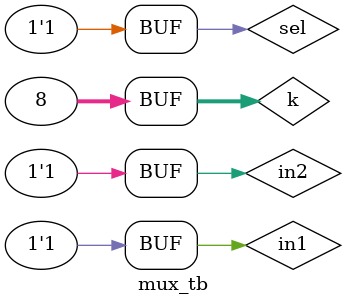
<source format=v>
module mux(out, sel, in1, in2);
	output out;
	input sel, in1, in2;
	// the compiler will connect the wires for you,
	// so actually it's not reuqired to declare the wires.
	// wire iv_sel, a1_o, a2_o;
	not n1(iv_sel, sel);
	and a1(a1_o, in1, sel);
	and a2(a2_o, in2, iv_sel);
	or o1(out, a1_o, a2_o);
endmodule

// module mux(out, sel, in1, in2);
	// output out;
	// input sel, in1, in2;
	// reg out;
	// always @(sel, in1, in2)
		// if(sel==1)
			// out = in1;
		// else
			// out = in2;
// endmodule

// module mux(out, sel, in1, in2);
	// output out;
	// input sel, in1, in2;
	// assign out = sel&in1
		// | ~sel&in2;
// endmodule

// module mux(out, sel, in1, in2);
	// output out;
	// input sel, in1, in2;
	// assign out = sel?in1:in2;
// endmodule

module mux_tb();
	reg sel, in1, in2;
	wire out;
	mux m0(out, sel, in1, in2);
	integer k;
	initial begin
		$display(" t / sel in1 in2 out");
		$display("====================");
		$monitor("%2d /  %b   %b   %b   %b",
			$time, sel, in1, in2, out);
		for(k=0; k<8; k=k+1) begin
			{sel, in1, in2} <= k;
			#1;
			// if(k==4)
				// $finish;
		end
	end
endmodule
</source>
